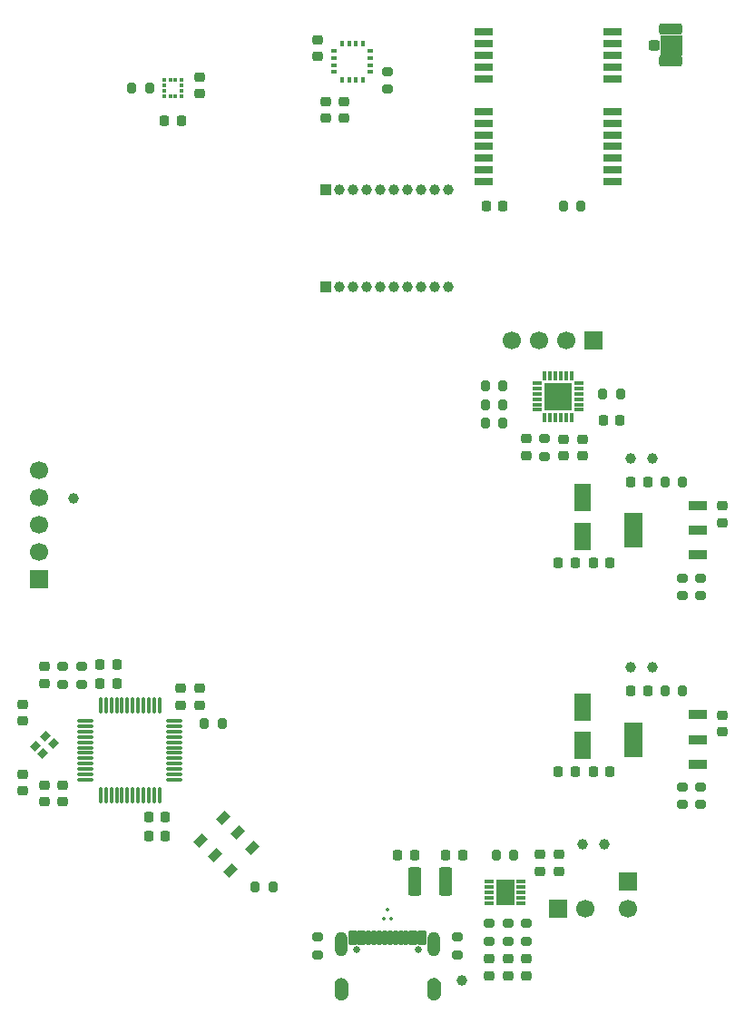
<source format=gbr>
%TF.GenerationSoftware,KiCad,Pcbnew,9.0.4*%
%TF.CreationDate,2025-09-22T08:36:52+02:00*%
%TF.ProjectId,SparrowCompass,53706172-726f-4774-936f-6d706173732e,rev?*%
%TF.SameCoordinates,Original*%
%TF.FileFunction,Soldermask,Top*%
%TF.FilePolarity,Negative*%
%FSLAX46Y46*%
G04 Gerber Fmt 4.6, Leading zero omitted, Abs format (unit mm)*
G04 Created by KiCad (PCBNEW 9.0.4) date 2025-09-22 08:36:52*
%MOMM*%
%LPD*%
G01*
G04 APERTURE LIST*
G04 Aperture macros list*
%AMRoundRect*
0 Rectangle with rounded corners*
0 $1 Rounding radius*
0 $2 $3 $4 $5 $6 $7 $8 $9 X,Y pos of 4 corners*
0 Add a 4 corners polygon primitive as box body*
4,1,4,$2,$3,$4,$5,$6,$7,$8,$9,$2,$3,0*
0 Add four circle primitives for the rounded corners*
1,1,$1+$1,$2,$3*
1,1,$1+$1,$4,$5*
1,1,$1+$1,$6,$7*
1,1,$1+$1,$8,$9*
0 Add four rect primitives between the rounded corners*
20,1,$1+$1,$2,$3,$4,$5,0*
20,1,$1+$1,$4,$5,$6,$7,0*
20,1,$1+$1,$6,$7,$8,$9,0*
20,1,$1+$1,$8,$9,$2,$3,0*%
%AMRotRect*
0 Rectangle, with rotation*
0 The origin of the aperture is its center*
0 $1 length*
0 $2 width*
0 $3 Rotation angle, in degrees counterclockwise*
0 Add horizontal line*
21,1,$1,$2,0,0,$3*%
G04 Aperture macros list end*
%ADD10C,0.010000*%
%ADD11RoundRect,0.225000X-0.250000X0.225000X-0.250000X-0.225000X0.250000X-0.225000X0.250000X0.225000X0*%
%ADD12RoundRect,0.100000X0.100000X-0.175000X0.100000X0.175000X-0.100000X0.175000X-0.100000X-0.175000X0*%
%ADD13RoundRect,0.100000X0.175000X-0.100000X0.175000X0.100000X-0.175000X0.100000X-0.175000X-0.100000X0*%
%ADD14RoundRect,0.200000X-0.275000X0.200000X-0.275000X-0.200000X0.275000X-0.200000X0.275000X0.200000X0*%
%ADD15RoundRect,0.225000X0.250000X-0.225000X0.250000X0.225000X-0.250000X0.225000X-0.250000X-0.225000X0*%
%ADD16RoundRect,0.225000X0.225000X0.250000X-0.225000X0.250000X-0.225000X-0.250000X0.225000X-0.250000X0*%
%ADD17RoundRect,0.218750X0.256250X-0.218750X0.256250X0.218750X-0.256250X0.218750X-0.256250X-0.218750X0*%
%ADD18RoundRect,0.200000X-0.200000X-0.275000X0.200000X-0.275000X0.200000X0.275000X-0.200000X0.275000X0*%
%ADD19RoundRect,0.250000X-0.375000X-1.075000X0.375000X-1.075000X0.375000X1.075000X-0.375000X1.075000X0*%
%ADD20RoundRect,0.218750X-0.256250X0.218750X-0.256250X-0.218750X0.256250X-0.218750X0.256250X0.218750X0*%
%ADD21R,1.700000X1.700000*%
%ADD22C,1.700000*%
%ADD23R,1.000000X1.000000*%
%ADD24C,1.000000*%
%ADD25RoundRect,0.075000X-0.075000X-0.075000X0.075000X-0.075000X0.075000X0.075000X-0.075000X0.075000X0*%
%ADD26RoundRect,0.225000X-0.225000X-0.250000X0.225000X-0.250000X0.225000X0.250000X-0.225000X0.250000X0*%
%ADD27RoundRect,0.250000X0.550000X-1.050000X0.550000X1.050000X-0.550000X1.050000X-0.550000X-1.050000X0*%
%ADD28RotRect,0.700000X0.750000X135.000000*%
%ADD29R,1.800000X0.900000*%
%ADD30R,1.800000X3.200000*%
%ADD31R,0.400000X0.400000*%
%ADD32RoundRect,0.250000X-0.275000X-0.250000X0.275000X-0.250000X0.275000X0.250000X-0.275000X0.250000X0*%
%ADD33RoundRect,0.250000X-0.850000X-0.275000X0.850000X-0.275000X0.850000X0.275000X-0.850000X0.275000X0*%
%ADD34R,0.850000X0.300000*%
%ADD35R,1.700000X2.450000*%
%ADD36RoundRect,0.200000X0.200000X0.275000X-0.200000X0.275000X-0.200000X-0.275000X0.200000X-0.275000X0*%
%ADD37RoundRect,0.200000X0.275000X-0.200000X0.275000X0.200000X-0.275000X0.200000X-0.275000X-0.200000X0*%
%ADD38RotRect,0.720000X1.080000X135.000000*%
%ADD39R,1.800000X0.800000*%
%ADD40RoundRect,0.218750X0.218750X0.256250X-0.218750X0.256250X-0.218750X-0.256250X0.218750X-0.256250X0*%
%ADD41C,0.650000*%
%ADD42RoundRect,0.102000X-0.300000X-0.575000X0.300000X-0.575000X0.300000X0.575000X-0.300000X0.575000X0*%
%ADD43RoundRect,0.102000X-0.150000X-0.575000X0.150000X-0.575000X0.150000X0.575000X-0.150000X0.575000X0*%
%ADD44O,1.204000X2.304000*%
%ADD45RoundRect,0.075000X-0.662500X-0.075000X0.662500X-0.075000X0.662500X0.075000X-0.662500X0.075000X0*%
%ADD46RoundRect,0.075000X-0.075000X-0.662500X0.075000X-0.662500X0.075000X0.662500X-0.075000X0.662500X0*%
%ADD47R,0.300000X0.850000*%
%ADD48R,2.550000X2.550000*%
G04 APERTURE END LIST*
%TO.C,J2*%
G36*
X175485000Y-44560000D02*
G01*
X177575000Y-44560000D01*
X177575000Y-46440000D01*
X175485000Y-46440000D01*
X175485000Y-44560000D01*
G37*
D10*
%TO.C,J3*%
X145711000Y-132501000D02*
X145743000Y-132503000D01*
X145774000Y-132507000D01*
X145805000Y-132513000D01*
X145835000Y-132520000D01*
X145865000Y-132529000D01*
X145895000Y-132540000D01*
X145924000Y-132552000D01*
X145952000Y-132565000D01*
X145980000Y-132580000D01*
X146007000Y-132597000D01*
X146033000Y-132615000D01*
X146058000Y-132634000D01*
X146081000Y-132654000D01*
X146104000Y-132676000D01*
X146126000Y-132699000D01*
X146146000Y-132722000D01*
X146165000Y-132747000D01*
X146183000Y-132773000D01*
X146200000Y-132800000D01*
X146215000Y-132828000D01*
X146228000Y-132856000D01*
X146240000Y-132885000D01*
X146251000Y-132915000D01*
X146260000Y-132945000D01*
X146267000Y-132975000D01*
X146273000Y-133006000D01*
X146277000Y-133037000D01*
X146279000Y-133069000D01*
X146280000Y-133100000D01*
X146280000Y-133500000D01*
X146280000Y-133900000D01*
X146279000Y-133931000D01*
X146277000Y-133963000D01*
X146273000Y-133994000D01*
X146267000Y-134025000D01*
X146260000Y-134055000D01*
X146251000Y-134085000D01*
X146240000Y-134115000D01*
X146228000Y-134144000D01*
X146215000Y-134172000D01*
X146200000Y-134200000D01*
X146183000Y-134227000D01*
X146165000Y-134253000D01*
X146146000Y-134278000D01*
X146126000Y-134301000D01*
X146104000Y-134324000D01*
X146081000Y-134346000D01*
X146058000Y-134366000D01*
X146033000Y-134385000D01*
X146007000Y-134403000D01*
X145980000Y-134420000D01*
X145952000Y-134435000D01*
X145924000Y-134448000D01*
X145895000Y-134460000D01*
X145865000Y-134471000D01*
X145835000Y-134480000D01*
X145805000Y-134487000D01*
X145774000Y-134493000D01*
X145743000Y-134497000D01*
X145711000Y-134499000D01*
X145680000Y-134500000D01*
X145649000Y-134499000D01*
X145617000Y-134497000D01*
X145586000Y-134493000D01*
X145555000Y-134487000D01*
X145525000Y-134480000D01*
X145495000Y-134471000D01*
X145465000Y-134460000D01*
X145436000Y-134448000D01*
X145408000Y-134435000D01*
X145380000Y-134420000D01*
X145353000Y-134403000D01*
X145327000Y-134385000D01*
X145302000Y-134366000D01*
X145279000Y-134346000D01*
X145256000Y-134324000D01*
X145234000Y-134301000D01*
X145214000Y-134278000D01*
X145195000Y-134253000D01*
X145177000Y-134227000D01*
X145160000Y-134200000D01*
X145145000Y-134172000D01*
X145132000Y-134144000D01*
X145120000Y-134115000D01*
X145109000Y-134085000D01*
X145100000Y-134055000D01*
X145093000Y-134025000D01*
X145087000Y-133994000D01*
X145083000Y-133963000D01*
X145081000Y-133931000D01*
X145080000Y-133900000D01*
X145080000Y-133500000D01*
X145080000Y-133100000D01*
X145081000Y-133069000D01*
X145083000Y-133037000D01*
X145087000Y-133006000D01*
X145093000Y-132975000D01*
X145100000Y-132945000D01*
X145109000Y-132915000D01*
X145120000Y-132885000D01*
X145132000Y-132856000D01*
X145145000Y-132828000D01*
X145160000Y-132800000D01*
X145177000Y-132773000D01*
X145195000Y-132747000D01*
X145214000Y-132722000D01*
X145234000Y-132699000D01*
X145256000Y-132676000D01*
X145279000Y-132654000D01*
X145302000Y-132634000D01*
X145327000Y-132615000D01*
X145353000Y-132597000D01*
X145380000Y-132580000D01*
X145408000Y-132565000D01*
X145436000Y-132552000D01*
X145465000Y-132540000D01*
X145495000Y-132529000D01*
X145525000Y-132520000D01*
X145555000Y-132513000D01*
X145586000Y-132507000D01*
X145617000Y-132503000D01*
X145649000Y-132501000D01*
X145680000Y-132500000D01*
X145711000Y-132501000D01*
G36*
X145711000Y-132501000D02*
G01*
X145743000Y-132503000D01*
X145774000Y-132507000D01*
X145805000Y-132513000D01*
X145835000Y-132520000D01*
X145865000Y-132529000D01*
X145895000Y-132540000D01*
X145924000Y-132552000D01*
X145952000Y-132565000D01*
X145980000Y-132580000D01*
X146007000Y-132597000D01*
X146033000Y-132615000D01*
X146058000Y-132634000D01*
X146081000Y-132654000D01*
X146104000Y-132676000D01*
X146126000Y-132699000D01*
X146146000Y-132722000D01*
X146165000Y-132747000D01*
X146183000Y-132773000D01*
X146200000Y-132800000D01*
X146215000Y-132828000D01*
X146228000Y-132856000D01*
X146240000Y-132885000D01*
X146251000Y-132915000D01*
X146260000Y-132945000D01*
X146267000Y-132975000D01*
X146273000Y-133006000D01*
X146277000Y-133037000D01*
X146279000Y-133069000D01*
X146280000Y-133100000D01*
X146280000Y-133500000D01*
X146280000Y-133900000D01*
X146279000Y-133931000D01*
X146277000Y-133963000D01*
X146273000Y-133994000D01*
X146267000Y-134025000D01*
X146260000Y-134055000D01*
X146251000Y-134085000D01*
X146240000Y-134115000D01*
X146228000Y-134144000D01*
X146215000Y-134172000D01*
X146200000Y-134200000D01*
X146183000Y-134227000D01*
X146165000Y-134253000D01*
X146146000Y-134278000D01*
X146126000Y-134301000D01*
X146104000Y-134324000D01*
X146081000Y-134346000D01*
X146058000Y-134366000D01*
X146033000Y-134385000D01*
X146007000Y-134403000D01*
X145980000Y-134420000D01*
X145952000Y-134435000D01*
X145924000Y-134448000D01*
X145895000Y-134460000D01*
X145865000Y-134471000D01*
X145835000Y-134480000D01*
X145805000Y-134487000D01*
X145774000Y-134493000D01*
X145743000Y-134497000D01*
X145711000Y-134499000D01*
X145680000Y-134500000D01*
X145649000Y-134499000D01*
X145617000Y-134497000D01*
X145586000Y-134493000D01*
X145555000Y-134487000D01*
X145525000Y-134480000D01*
X145495000Y-134471000D01*
X145465000Y-134460000D01*
X145436000Y-134448000D01*
X145408000Y-134435000D01*
X145380000Y-134420000D01*
X145353000Y-134403000D01*
X145327000Y-134385000D01*
X145302000Y-134366000D01*
X145279000Y-134346000D01*
X145256000Y-134324000D01*
X145234000Y-134301000D01*
X145214000Y-134278000D01*
X145195000Y-134253000D01*
X145177000Y-134227000D01*
X145160000Y-134200000D01*
X145145000Y-134172000D01*
X145132000Y-134144000D01*
X145120000Y-134115000D01*
X145109000Y-134085000D01*
X145100000Y-134055000D01*
X145093000Y-134025000D01*
X145087000Y-133994000D01*
X145083000Y-133963000D01*
X145081000Y-133931000D01*
X145080000Y-133900000D01*
X145080000Y-133500000D01*
X145080000Y-133100000D01*
X145081000Y-133069000D01*
X145083000Y-133037000D01*
X145087000Y-133006000D01*
X145093000Y-132975000D01*
X145100000Y-132945000D01*
X145109000Y-132915000D01*
X145120000Y-132885000D01*
X145132000Y-132856000D01*
X145145000Y-132828000D01*
X145160000Y-132800000D01*
X145177000Y-132773000D01*
X145195000Y-132747000D01*
X145214000Y-132722000D01*
X145234000Y-132699000D01*
X145256000Y-132676000D01*
X145279000Y-132654000D01*
X145302000Y-132634000D01*
X145327000Y-132615000D01*
X145353000Y-132597000D01*
X145380000Y-132580000D01*
X145408000Y-132565000D01*
X145436000Y-132552000D01*
X145465000Y-132540000D01*
X145495000Y-132529000D01*
X145525000Y-132520000D01*
X145555000Y-132513000D01*
X145586000Y-132507000D01*
X145617000Y-132503000D01*
X145649000Y-132501000D01*
X145680000Y-132500000D01*
X145711000Y-132501000D01*
G37*
X154351000Y-132501000D02*
X154383000Y-132503000D01*
X154414000Y-132507000D01*
X154445000Y-132513000D01*
X154475000Y-132520000D01*
X154505000Y-132529000D01*
X154535000Y-132540000D01*
X154564000Y-132552000D01*
X154592000Y-132565000D01*
X154620000Y-132580000D01*
X154647000Y-132597000D01*
X154673000Y-132615000D01*
X154698000Y-132634000D01*
X154721000Y-132654000D01*
X154744000Y-132676000D01*
X154766000Y-132699000D01*
X154786000Y-132722000D01*
X154805000Y-132747000D01*
X154823000Y-132773000D01*
X154840000Y-132800000D01*
X154855000Y-132828000D01*
X154868000Y-132856000D01*
X154880000Y-132885000D01*
X154891000Y-132915000D01*
X154900000Y-132945000D01*
X154907000Y-132975000D01*
X154913000Y-133006000D01*
X154917000Y-133037000D01*
X154919000Y-133069000D01*
X154920000Y-133100000D01*
X154920000Y-133500000D01*
X154920000Y-133900000D01*
X154919000Y-133931000D01*
X154917000Y-133963000D01*
X154913000Y-133994000D01*
X154907000Y-134025000D01*
X154900000Y-134055000D01*
X154891000Y-134085000D01*
X154880000Y-134115000D01*
X154868000Y-134144000D01*
X154855000Y-134172000D01*
X154840000Y-134200000D01*
X154823000Y-134227000D01*
X154805000Y-134253000D01*
X154786000Y-134278000D01*
X154766000Y-134301000D01*
X154744000Y-134324000D01*
X154721000Y-134346000D01*
X154698000Y-134366000D01*
X154673000Y-134385000D01*
X154647000Y-134403000D01*
X154620000Y-134420000D01*
X154592000Y-134435000D01*
X154564000Y-134448000D01*
X154535000Y-134460000D01*
X154505000Y-134471000D01*
X154475000Y-134480000D01*
X154445000Y-134487000D01*
X154414000Y-134493000D01*
X154383000Y-134497000D01*
X154351000Y-134499000D01*
X154320000Y-134500000D01*
X154289000Y-134499000D01*
X154257000Y-134497000D01*
X154226000Y-134493000D01*
X154195000Y-134487000D01*
X154165000Y-134480000D01*
X154135000Y-134471000D01*
X154105000Y-134460000D01*
X154076000Y-134448000D01*
X154048000Y-134435000D01*
X154020000Y-134420000D01*
X153993000Y-134403000D01*
X153967000Y-134385000D01*
X153942000Y-134366000D01*
X153919000Y-134346000D01*
X153896000Y-134324000D01*
X153874000Y-134301000D01*
X153854000Y-134278000D01*
X153835000Y-134253000D01*
X153817000Y-134227000D01*
X153800000Y-134200000D01*
X153785000Y-134172000D01*
X153772000Y-134144000D01*
X153760000Y-134115000D01*
X153749000Y-134085000D01*
X153740000Y-134055000D01*
X153733000Y-134025000D01*
X153727000Y-133994000D01*
X153723000Y-133963000D01*
X153721000Y-133931000D01*
X153720000Y-133900000D01*
X153720000Y-133500000D01*
X153720000Y-133100000D01*
X153721000Y-133069000D01*
X153723000Y-133037000D01*
X153727000Y-133006000D01*
X153733000Y-132975000D01*
X153740000Y-132945000D01*
X153749000Y-132915000D01*
X153760000Y-132885000D01*
X153772000Y-132856000D01*
X153785000Y-132828000D01*
X153800000Y-132800000D01*
X153817000Y-132773000D01*
X153835000Y-132747000D01*
X153854000Y-132722000D01*
X153874000Y-132699000D01*
X153896000Y-132676000D01*
X153919000Y-132654000D01*
X153942000Y-132634000D01*
X153967000Y-132615000D01*
X153993000Y-132597000D01*
X154020000Y-132580000D01*
X154048000Y-132565000D01*
X154076000Y-132552000D01*
X154105000Y-132540000D01*
X154135000Y-132529000D01*
X154165000Y-132520000D01*
X154195000Y-132513000D01*
X154226000Y-132507000D01*
X154257000Y-132503000D01*
X154289000Y-132501000D01*
X154320000Y-132500000D01*
X154351000Y-132501000D01*
G36*
X154351000Y-132501000D02*
G01*
X154383000Y-132503000D01*
X154414000Y-132507000D01*
X154445000Y-132513000D01*
X154475000Y-132520000D01*
X154505000Y-132529000D01*
X154535000Y-132540000D01*
X154564000Y-132552000D01*
X154592000Y-132565000D01*
X154620000Y-132580000D01*
X154647000Y-132597000D01*
X154673000Y-132615000D01*
X154698000Y-132634000D01*
X154721000Y-132654000D01*
X154744000Y-132676000D01*
X154766000Y-132699000D01*
X154786000Y-132722000D01*
X154805000Y-132747000D01*
X154823000Y-132773000D01*
X154840000Y-132800000D01*
X154855000Y-132828000D01*
X154868000Y-132856000D01*
X154880000Y-132885000D01*
X154891000Y-132915000D01*
X154900000Y-132945000D01*
X154907000Y-132975000D01*
X154913000Y-133006000D01*
X154917000Y-133037000D01*
X154919000Y-133069000D01*
X154920000Y-133100000D01*
X154920000Y-133500000D01*
X154920000Y-133900000D01*
X154919000Y-133931000D01*
X154917000Y-133963000D01*
X154913000Y-133994000D01*
X154907000Y-134025000D01*
X154900000Y-134055000D01*
X154891000Y-134085000D01*
X154880000Y-134115000D01*
X154868000Y-134144000D01*
X154855000Y-134172000D01*
X154840000Y-134200000D01*
X154823000Y-134227000D01*
X154805000Y-134253000D01*
X154786000Y-134278000D01*
X154766000Y-134301000D01*
X154744000Y-134324000D01*
X154721000Y-134346000D01*
X154698000Y-134366000D01*
X154673000Y-134385000D01*
X154647000Y-134403000D01*
X154620000Y-134420000D01*
X154592000Y-134435000D01*
X154564000Y-134448000D01*
X154535000Y-134460000D01*
X154505000Y-134471000D01*
X154475000Y-134480000D01*
X154445000Y-134487000D01*
X154414000Y-134493000D01*
X154383000Y-134497000D01*
X154351000Y-134499000D01*
X154320000Y-134500000D01*
X154289000Y-134499000D01*
X154257000Y-134497000D01*
X154226000Y-134493000D01*
X154195000Y-134487000D01*
X154165000Y-134480000D01*
X154135000Y-134471000D01*
X154105000Y-134460000D01*
X154076000Y-134448000D01*
X154048000Y-134435000D01*
X154020000Y-134420000D01*
X153993000Y-134403000D01*
X153967000Y-134385000D01*
X153942000Y-134366000D01*
X153919000Y-134346000D01*
X153896000Y-134324000D01*
X153874000Y-134301000D01*
X153854000Y-134278000D01*
X153835000Y-134253000D01*
X153817000Y-134227000D01*
X153800000Y-134200000D01*
X153785000Y-134172000D01*
X153772000Y-134144000D01*
X153760000Y-134115000D01*
X153749000Y-134085000D01*
X153740000Y-134055000D01*
X153733000Y-134025000D01*
X153727000Y-133994000D01*
X153723000Y-133963000D01*
X153721000Y-133931000D01*
X153720000Y-133900000D01*
X153720000Y-133500000D01*
X153720000Y-133100000D01*
X153721000Y-133069000D01*
X153723000Y-133037000D01*
X153727000Y-133006000D01*
X153733000Y-132975000D01*
X153740000Y-132945000D01*
X153749000Y-132915000D01*
X153760000Y-132885000D01*
X153772000Y-132856000D01*
X153785000Y-132828000D01*
X153800000Y-132800000D01*
X153817000Y-132773000D01*
X153835000Y-132747000D01*
X153854000Y-132722000D01*
X153874000Y-132699000D01*
X153896000Y-132676000D01*
X153919000Y-132654000D01*
X153942000Y-132634000D01*
X153967000Y-132615000D01*
X153993000Y-132597000D01*
X154020000Y-132580000D01*
X154048000Y-132565000D01*
X154076000Y-132552000D01*
X154105000Y-132540000D01*
X154135000Y-132529000D01*
X154165000Y-132520000D01*
X154195000Y-132513000D01*
X154226000Y-132507000D01*
X154257000Y-132503000D01*
X154289000Y-132501000D01*
X154320000Y-132500000D01*
X154351000Y-132501000D01*
G37*
%TD*%
D11*
%TO.C,C29*%
X146000000Y-52300000D03*
X146000000Y-50750000D03*
%TD*%
D12*
%TO.C,U1*%
X145775000Y-48725000D03*
X146425000Y-48725000D03*
X147075000Y-48725000D03*
X147725000Y-48725000D03*
D13*
X148450000Y-48000000D03*
X148450000Y-47350000D03*
X148450000Y-46700000D03*
X148450000Y-46050000D03*
D12*
X147725000Y-45325000D03*
X147075000Y-45325000D03*
X146425000Y-45325000D03*
X145775000Y-45325000D03*
D13*
X145050000Y-46050000D03*
X145050000Y-46700000D03*
X145050000Y-47350000D03*
X145050000Y-48000000D03*
%TD*%
D14*
%TO.C,R24*%
X150000000Y-47950000D03*
X150000000Y-49600000D03*
%TD*%
D11*
%TO.C,C31*%
X144250000Y-50750000D03*
X144250000Y-52300000D03*
%TD*%
D15*
%TO.C,C30*%
X143500000Y-46550000D03*
X143500000Y-45000000D03*
%TD*%
D16*
%TO.C,C1*%
X152525000Y-121000000D03*
X150975000Y-121000000D03*
%TD*%
%TO.C,C24*%
X129275000Y-117500000D03*
X127725000Y-117500000D03*
%TD*%
D17*
%TO.C,D4*%
X162950000Y-83787500D03*
X162950000Y-82212500D03*
%TD*%
D18*
%TO.C,R15*%
X159125000Y-80750000D03*
X160775000Y-80750000D03*
%TD*%
D19*
%TO.C,L1*%
X152600000Y-123500000D03*
X155400000Y-123500000D03*
%TD*%
D20*
%TO.C,D2*%
X161250000Y-130712500D03*
X161250000Y-132287500D03*
%TD*%
D21*
%TO.C,J1*%
X169260000Y-73000000D03*
D22*
X166720000Y-73000000D03*
X164180000Y-73000000D03*
X161640000Y-73000000D03*
%TD*%
D18*
%TO.C,R12*%
X126175000Y-49500000D03*
X127825000Y-49500000D03*
%TD*%
D11*
%TO.C,C17*%
X166450000Y-82225000D03*
X166450000Y-83775000D03*
%TD*%
D20*
%TO.C,D1*%
X159500000Y-130712500D03*
X159500000Y-132287500D03*
%TD*%
D23*
%TO.C,J7*%
X144285000Y-68000000D03*
D24*
X145555000Y-68000000D03*
X146825000Y-68000000D03*
X148095000Y-68000000D03*
X149365000Y-68000000D03*
X150635000Y-68000000D03*
X151905000Y-68000000D03*
X153175000Y-68000000D03*
X154445000Y-68000000D03*
X155715000Y-68000000D03*
%TD*%
D18*
%TO.C,R6*%
X160175000Y-121000000D03*
X161825000Y-121000000D03*
%TD*%
D25*
%TO.C,U2*%
X149650000Y-126925000D03*
X150350000Y-126925000D03*
X150000000Y-126075000D03*
%TD*%
D14*
%TO.C,R20*%
X121500000Y-103425000D03*
X121500000Y-105075000D03*
%TD*%
D24*
%TO.C,TP2*%
X168250000Y-120000000D03*
%TD*%
D15*
%TO.C,C21*%
X130750000Y-107025000D03*
X130750000Y-105475000D03*
%TD*%
D16*
%TO.C,C15*%
X160775000Y-60500000D03*
X159225000Y-60500000D03*
%TD*%
D26*
%TO.C,C11*%
X169225000Y-113250000D03*
X170775000Y-113250000D03*
%TD*%
D14*
%TO.C,R21*%
X119750000Y-103425000D03*
X119750000Y-105075000D03*
%TD*%
D16*
%TO.C,C9*%
X167525000Y-93750000D03*
X165975000Y-93750000D03*
%TD*%
D27*
%TO.C,C7*%
X168250000Y-91300000D03*
X168250000Y-87700000D03*
%TD*%
D28*
%TO.C,Y1*%
X117876256Y-111580850D03*
X118830850Y-110626256D03*
X118123744Y-109919150D03*
X117169150Y-110873744D03*
%TD*%
D15*
%TO.C,C3*%
X166000000Y-122525000D03*
X166000000Y-120975000D03*
%TD*%
D11*
%TO.C,C5*%
X181250000Y-88475000D03*
X181250000Y-90025000D03*
%TD*%
D24*
%TO.C,TP6*%
X174750000Y-103500000D03*
%TD*%
D29*
%TO.C,PS2*%
X179000000Y-93050000D03*
X179000000Y-90750000D03*
X179000000Y-88450000D03*
D30*
X173000000Y-90750000D03*
%TD*%
D15*
%TO.C,C22*%
X132480000Y-107025000D03*
X132480000Y-105475000D03*
%TD*%
D31*
%TO.C,IC2*%
X129200000Y-48750000D03*
X129200000Y-49250000D03*
X129200000Y-49750000D03*
X129200000Y-50250000D03*
X129750000Y-50250000D03*
X130250000Y-50250000D03*
X130800000Y-50250000D03*
X130800000Y-49750000D03*
X130800000Y-49250000D03*
X130800000Y-48750000D03*
X130250000Y-48750000D03*
X129750000Y-48750000D03*
%TD*%
D32*
%TO.C,J2*%
X174950000Y-45500000D03*
D33*
X176475000Y-44025000D03*
X176475000Y-46975000D03*
%TD*%
D26*
%TO.C,C20*%
X123225000Y-105000000D03*
X124775000Y-105000000D03*
%TD*%
D16*
%TO.C,C23*%
X129275000Y-119250000D03*
X127725000Y-119250000D03*
%TD*%
D11*
%TO.C,C18*%
X118020000Y-114475000D03*
X118020000Y-116025000D03*
%TD*%
D15*
%TO.C,C27*%
X116000000Y-108525000D03*
X116000000Y-106975000D03*
%TD*%
D34*
%TO.C,IC6*%
X159500000Y-123500000D03*
X159500000Y-124000000D03*
X159500000Y-124500000D03*
X159500000Y-125000000D03*
X159500000Y-125500000D03*
X162500000Y-125500000D03*
X162500000Y-125000000D03*
X162500000Y-124500000D03*
X162500000Y-124000000D03*
X162500000Y-123500000D03*
D35*
X161000000Y-124500000D03*
%TD*%
D15*
%TO.C,C26*%
X116000000Y-115025000D03*
X116000000Y-113475000D03*
%TD*%
D36*
%TO.C,R23*%
X177575000Y-86250000D03*
X175925000Y-86250000D03*
%TD*%
D15*
%TO.C,C6*%
X164250000Y-122525000D03*
X164250000Y-120975000D03*
%TD*%
D21*
%TO.C,J6*%
X117500000Y-95330000D03*
D22*
X117500000Y-92790000D03*
X117500000Y-90250000D03*
X117500000Y-87710000D03*
X117500000Y-85170000D03*
%TD*%
D21*
%TO.C,J4*%
X172500000Y-123475000D03*
D22*
X172500000Y-126015000D03*
%TD*%
D11*
%TO.C,C25*%
X119750000Y-114475000D03*
X119750000Y-116025000D03*
%TD*%
D37*
%TO.C,R4*%
X161250000Y-129075000D03*
X161250000Y-127425000D03*
%TD*%
D14*
%TO.C,R8*%
X177500000Y-95175000D03*
X177500000Y-96825000D03*
%TD*%
D26*
%TO.C,C28*%
X170175000Y-80500000D03*
X171725000Y-80500000D03*
%TD*%
D24*
%TO.C,TP3*%
X172750000Y-103500000D03*
%TD*%
D38*
%TO.C,IC4*%
X132567553Y-119660589D03*
X133953482Y-121046518D03*
X135339411Y-122432447D03*
X137432447Y-120339411D03*
X136046518Y-118953482D03*
X134660589Y-117567553D03*
%TD*%
D39*
%TO.C,IC1*%
X171000000Y-58250000D03*
X171000000Y-57150000D03*
X171000000Y-56050000D03*
X171000000Y-54950000D03*
X171000000Y-53850000D03*
X171000000Y-52750000D03*
X171000000Y-51650000D03*
X171000000Y-48650000D03*
X171000000Y-47550000D03*
X171000000Y-46450000D03*
X171000000Y-45350000D03*
X171000000Y-44250000D03*
X159000000Y-44250000D03*
X159000000Y-45350000D03*
X159000000Y-46450000D03*
X159000000Y-47550000D03*
X159000000Y-48650000D03*
X159000000Y-51650000D03*
X159000000Y-52750000D03*
X159000000Y-53850000D03*
X159000000Y-54950000D03*
X159000000Y-56050000D03*
X159000000Y-57150000D03*
X159000000Y-58250000D03*
%TD*%
D24*
%TO.C,TP1*%
X157000000Y-132750000D03*
%TD*%
D14*
%TO.C,R9*%
X177500000Y-114675000D03*
X177500000Y-116325000D03*
%TD*%
D36*
%TO.C,R22*%
X177575000Y-105750000D03*
X175925000Y-105750000D03*
%TD*%
D20*
%TO.C,D3*%
X163000000Y-130712500D03*
X163000000Y-132287500D03*
%TD*%
D14*
%TO.C,R5*%
X163000000Y-127425000D03*
X163000000Y-129075000D03*
%TD*%
D26*
%TO.C,C13*%
X129225000Y-52500000D03*
X130775000Y-52500000D03*
%TD*%
D24*
%TO.C,TP8*%
X170250000Y-120000000D03*
%TD*%
D40*
%TO.C,D7*%
X174287500Y-86250000D03*
X172712500Y-86250000D03*
%TD*%
D36*
%TO.C,R16*%
X171775000Y-78000000D03*
X170125000Y-78000000D03*
%TD*%
D18*
%TO.C,R13*%
X166425000Y-60500000D03*
X168075000Y-60500000D03*
%TD*%
D14*
%TO.C,R10*%
X179250000Y-114675000D03*
X179250000Y-116325000D03*
%TD*%
D26*
%TO.C,C19*%
X123225000Y-103250000D03*
X124775000Y-103250000D03*
%TD*%
D41*
%TO.C,J3*%
X147110000Y-129820000D03*
X152890000Y-129820000D03*
D42*
X146800000Y-128745000D03*
X147600000Y-128745000D03*
D43*
X148750000Y-128745000D03*
X149750000Y-128745000D03*
X150250000Y-128745000D03*
X151250000Y-128745000D03*
D42*
X153200000Y-128745000D03*
X152400000Y-128745000D03*
D43*
X151750000Y-128745000D03*
X150750000Y-128745000D03*
X149250000Y-128745000D03*
X148250000Y-128745000D03*
D44*
X145680000Y-129320000D03*
X154320000Y-129320000D03*
%TD*%
D24*
%TO.C,TP4*%
X172750000Y-84000000D03*
%TD*%
D27*
%TO.C,C10*%
X168250000Y-110800000D03*
X168250000Y-107200000D03*
%TD*%
D14*
%TO.C,R7*%
X179250000Y-95175000D03*
X179250000Y-96825000D03*
%TD*%
D26*
%TO.C,C2*%
X155475000Y-121000000D03*
X157025000Y-121000000D03*
%TD*%
D11*
%TO.C,C14*%
X132500000Y-48475000D03*
X132500000Y-50025000D03*
%TD*%
D18*
%TO.C,R14*%
X137675000Y-124000000D03*
X139325000Y-124000000D03*
%TD*%
D11*
%TO.C,C4*%
X181250000Y-107975000D03*
X181250000Y-109525000D03*
%TD*%
D23*
%TO.C,J8*%
X144285000Y-59000000D03*
D24*
X145555000Y-59000000D03*
X146825000Y-59000000D03*
X148095000Y-59000000D03*
X149365000Y-59000000D03*
X150635000Y-59000000D03*
X151905000Y-59000000D03*
X153175000Y-59000000D03*
X154445000Y-59000000D03*
X155715000Y-59000000D03*
%TD*%
D14*
%TO.C,R3*%
X159500000Y-127425000D03*
X159500000Y-129075000D03*
%TD*%
D18*
%TO.C,R19*%
X159125000Y-77250000D03*
X160775000Y-77250000D03*
%TD*%
D14*
%TO.C,R1*%
X156500000Y-128675000D03*
X156500000Y-130325000D03*
%TD*%
D24*
%TO.C,TP7*%
X174750000Y-84000000D03*
%TD*%
D29*
%TO.C,PS1*%
X179000000Y-112550000D03*
X179000000Y-110250000D03*
X179000000Y-107950000D03*
D30*
X173000000Y-110250000D03*
%TD*%
D16*
%TO.C,C12*%
X167525000Y-113250000D03*
X165975000Y-113250000D03*
%TD*%
D18*
%TO.C,R18*%
X159125000Y-79000000D03*
X160775000Y-79000000D03*
%TD*%
D36*
%TO.C,R11*%
X134575000Y-108750000D03*
X132925000Y-108750000D03*
%TD*%
D21*
%TO.C,J5*%
X165975000Y-126000000D03*
D22*
X168515000Y-126000000D03*
%TD*%
D45*
%TO.C,U3*%
X121837500Y-108500000D03*
X121837500Y-109000000D03*
X121837500Y-109500000D03*
X121837500Y-110000000D03*
X121837500Y-110500000D03*
X121837500Y-111000000D03*
X121837500Y-111500000D03*
X121837500Y-112000000D03*
X121837500Y-112500000D03*
X121837500Y-113000000D03*
X121837500Y-113500000D03*
X121837500Y-114000000D03*
D46*
X123250000Y-115412500D03*
X123750000Y-115412500D03*
X124250000Y-115412500D03*
X124750000Y-115412500D03*
X125250000Y-115412500D03*
X125750000Y-115412500D03*
X126250000Y-115412500D03*
X126750000Y-115412500D03*
X127250000Y-115412500D03*
X127750000Y-115412500D03*
X128250000Y-115412500D03*
X128750000Y-115412500D03*
D45*
X130162500Y-114000000D03*
X130162500Y-113500000D03*
X130162500Y-113000000D03*
X130162500Y-112500000D03*
X130162500Y-112000000D03*
X130162500Y-111500000D03*
X130162500Y-111000000D03*
X130162500Y-110500000D03*
X130162500Y-110000000D03*
X130162500Y-109500000D03*
X130162500Y-109000000D03*
X130162500Y-108500000D03*
D46*
X128750000Y-107087500D03*
X128250000Y-107087500D03*
X127750000Y-107087500D03*
X127250000Y-107087500D03*
X126750000Y-107087500D03*
X126250000Y-107087500D03*
X125750000Y-107087500D03*
X125250000Y-107087500D03*
X124750000Y-107087500D03*
X124250000Y-107087500D03*
X123750000Y-107087500D03*
X123250000Y-107087500D03*
%TD*%
D40*
%TO.C,D6*%
X174287500Y-105750000D03*
X172712500Y-105750000D03*
%TD*%
D47*
%TO.C,IC3*%
X167200000Y-76300000D03*
X166700000Y-76300000D03*
X166200000Y-76300000D03*
X165700000Y-76300000D03*
X165200000Y-76300000D03*
X164700000Y-76300000D03*
D34*
X164000000Y-77000000D03*
X164000000Y-77500000D03*
X164000000Y-78000000D03*
X164000000Y-78500000D03*
X164000000Y-79000000D03*
X164000000Y-79500000D03*
D47*
X164700000Y-80200000D03*
X165200000Y-80200000D03*
X165700000Y-80200000D03*
X166200000Y-80200000D03*
X166700000Y-80200000D03*
X167200000Y-80200000D03*
D34*
X167900000Y-79500000D03*
X167900000Y-79000000D03*
X167900000Y-78500000D03*
X167900000Y-78000000D03*
X167900000Y-77500000D03*
X167900000Y-77000000D03*
D48*
X165950000Y-78250000D03*
%TD*%
D11*
%TO.C,C16*%
X168200000Y-82225000D03*
X168200000Y-83775000D03*
%TD*%
D14*
%TO.C,R17*%
X164700000Y-82175000D03*
X164700000Y-83825000D03*
%TD*%
%TO.C,R2*%
X143500000Y-128675000D03*
X143500000Y-130325000D03*
%TD*%
D24*
%TO.C,TP5*%
X120750000Y-87750000D03*
%TD*%
D26*
%TO.C,C8*%
X169225000Y-93750000D03*
X170775000Y-93750000D03*
%TD*%
D17*
%TO.C,D5*%
X118000000Y-105037500D03*
X118000000Y-103462500D03*
%TD*%
M02*

</source>
